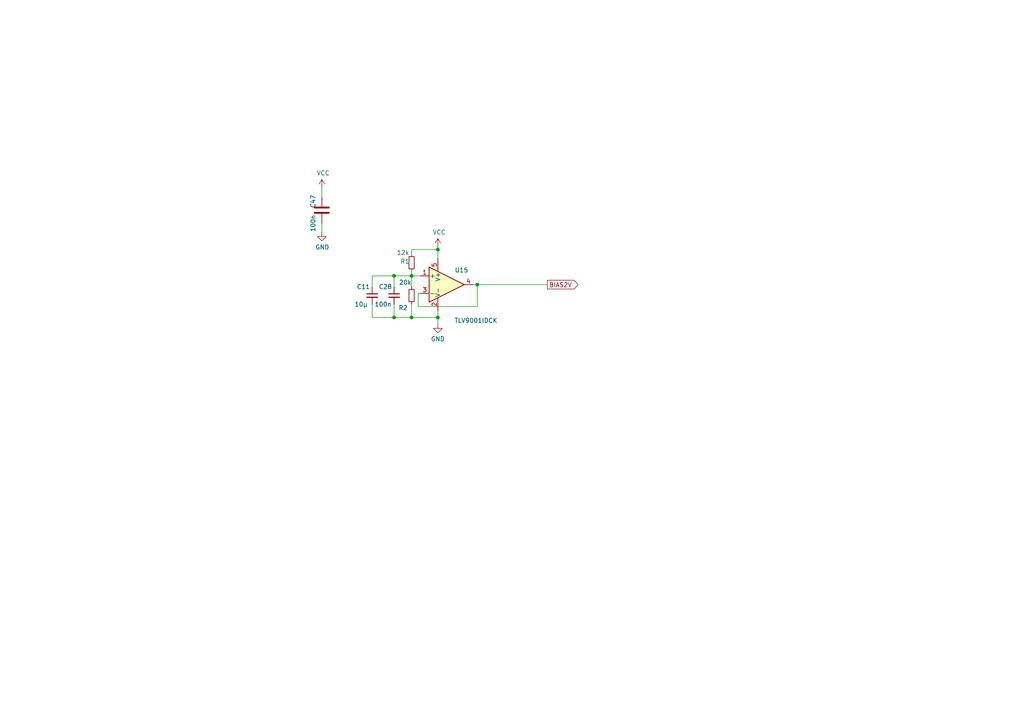
<source format=kicad_sch>
(kicad_sch (version 20230121) (generator eeschema)
  (paper "A4")
  (title_block (title "HF IQ Transceiver PiggyBack for Pi (not a hat)") (date "2024-01-21") (rev "2.0") (company "AE0GL: Mario P. Vano") (comment 1 "Sheet 1: Codec, Power Supplies, and GPIO"))
  (lib_symbols
    (symbol "Amplifier_Operational:TLV9001IDCK" (pin_names (offset 0.127))
      (property "Reference" "U" (at 7.62 2.54 0))
      (property "Value" "TLV9001IDCK" (at 11.43 -2.54 0))
      (symbol "TLV9001IDCK_0_1"
        (polyline (pts (xy -2.54 5.08) (xy -2.54 -5.08) (xy 7.62 0) (xy -2.54 5.08)) (stroke (width 0.254)) (fill (type background)))
      )
      (symbol "TLV9001IDCK_1_1"
        (pin input line (at -5.08 2.54 0) (length 2.54) (name "+") (number "1"))
        (pin power_in line (at 0 -7.62 90) (length 3.81) (name "V-") (number "2"))
        (pin input line (at -5.08 -2.54 0) (length 2.54) (name "-") (number "3"))
        (pin output line (at 10.16 0 180) (length 2.54) (name "~") (number "4"))
        (pin power_in line (at 0 7.62 270) (length 3.81) (name "V+") (number "5"))
      )
    )
    (symbol "Device:C" (pin_numbers hide) (pin_names (offset 0.254))
      (property "Reference" "C" (at 0.635 2.54 0))
      (property "Value" "C" (at 0.635 -2.54 0))
      (symbol "C_0_1"
        (polyline (pts (xy -2.032 -0.762) (xy 2.032 -0.762)) (stroke (width 0.508)))
        (polyline (pts (xy -2.032 0.762) (xy 2.032 0.762)) (stroke (width 0.508)))
      )
      (symbol "C_1_1"
        (pin passive line (at 0 3.81 270) (length 2.794) (name "~") (number "1"))
        (pin passive line (at 0 -3.81 90) (length 2.794) (name "~") (number "2"))
      )
    )
    (symbol "Device:C_Small" (pin_numbers hide) (pin_names (offset 0.254) hide)
      (property "Reference" "C" (at 0.254 1.778 0))
      (property "Value" "C_Small" (at 0.254 -2.032 0))
      (symbol "C_Small_0_1"
        (polyline (pts (xy -1.524 -0.508) (xy 1.524 -0.508)) (stroke (width 0.3302)))
        (polyline (pts (xy -1.524 0.508) (xy 1.524 0.508)) (stroke (width 0.3048)))
      )
      (symbol "C_Small_1_1"
        (pin passive line (at 0 2.54 270) (length 2.032) (name "~") (number "1"))
        (pin passive line (at 0 -2.54 90) (length 2.032) (name "~") (number "2"))
      )
    )
    (symbol "Device:R_Small" (pin_numbers hide) (pin_names (offset 0.254) hide)
      (property "Reference" "R" (at 0.762 0.508 0))
      (property "Value" "R_Small" (at 0.762 -1.016 0))
      (symbol "R_Small_0_1"
        (rectangle (start -0.762 1.778) (end 0.762 -1.778) (stroke (width 0.2032)))
      )
      (symbol "R_Small_1_1"
        (pin passive line (at 0 2.54 270) (length 0.762) (name "~") (number "1"))
        (pin passive line (at 0 -2.54 90) (length 0.762) (name "~") (number "2"))
      )
    )
    (symbol "power:GND" (power) (pin_names (offset 0))
      (property "Value" "GND" (at 0 -3.81 0))
      (symbol "GND_0_1"
        (polyline (pts (xy 0 0) (xy 0 -1.27) (xy 1.27 -1.27) (xy 0 -2.54) (xy -1.27 -1.27) (xy 0 -1.27)))
      )
      (symbol "GND_1_1"
        (pin power_in line (at 0 0 270) (length 0) hide (name "GND") (number "1"))
      )
    )
    (symbol "power:VCC" (power) (pin_names (offset 0))
      (property "Value" "VCC" (at 0 3.81 0))
      (symbol "VCC_0_1"
        (polyline (pts (xy -0.762 1.27) (xy 0 2.54)))
        (polyline (pts (xy 0 0) (xy 0 2.54)))
        (polyline (pts (xy 0 2.54) (xy 0.762 1.27)))
      )
      (symbol "VCC_1_1"
        (pin power_in line (at 0 0 90) (length 0) hide (name "VCC") (number "1"))
      )
    )
  )
  (junction (at 138.43 82.55))
  (junction (at 127 72.39))
  (junction (at 119.38 80.01))
  (junction (at 114.3 92.075))
  (junction (at 127 92.075))
  (junction (at 114.3 80.01))
  (junction (at 119.38 92.075))
  (wire (pts (xy 127 72.39) (xy 127 74.93)))
  (wire (pts (xy 119.38 80.01) (xy 121.92 80.01)))
  (wire (pts (xy 93.345 64.77) (xy 93.345 67.31)))
  (wire (pts (xy 114.3 80.01) (xy 119.38 80.01)))
  (wire (pts (xy 158.75 82.55) (xy 138.43 82.55)))
  (wire (pts (xy 121.285 85.09) (xy 121.285 88.9)))
  (wire (pts (xy 114.3 92.075) (xy 119.38 92.075)))
  (wire (pts (xy 114.3 88.265) (xy 114.3 92.075)))
  (wire (pts (xy 121.285 88.9) (xy 138.43 88.9)))
  (wire (pts (xy 107.95 83.185) (xy 107.95 80.01)))
  (wire (pts (xy 138.43 82.55) (xy 138.43 88.9)))
  (wire (pts (xy 93.345 54.61) (xy 93.345 57.15)))
  (wire (pts (xy 121.92 85.09) (xy 121.285 85.09)))
  (wire (pts (xy 127 71.755) (xy 127 72.39)))
  (wire (pts (xy 107.95 88.265) (xy 107.95 92.075)))
  (wire (pts (xy 119.38 92.075) (xy 127 92.075)))
  (wire (pts (xy 119.38 80.01) (xy 119.38 83.185)))
  (wire (pts (xy 127 90.17) (xy 127 92.075)))
  (wire (pts (xy 119.38 88.265) (xy 119.38 92.075)))
  (wire (pts (xy 107.95 92.075) (xy 114.3 92.075)))
  (wire (pts (xy 114.3 83.185) (xy 114.3 80.01)))
  (wire (pts (xy 137.16 82.55) (xy 138.43 82.55)))
  (wire (pts (xy 119.38 72.39) (xy 127 72.39)))
  (wire (pts (xy 107.95 80.01) (xy 114.3 80.01)))
  (wire (pts (xy 127 93.98) (xy 127 92.075)))
  (wire (pts (xy 119.38 78.74) (xy 119.38 80.01)))
  (wire (pts (xy 119.38 73.66) (xy 119.38 72.39)))
  (global_label "BIAS2V" (shape output) (at 158.75 82.55 0) (property "Intersheetrefs" "${INTERSHEET_REFS}" (effects hide)))
  (symbol (lib_id "power:VCC") (at 93.345 54.61 0) (unit 1)
    (property "Reference" "#PWR057" (effects hide))
    (property "Value" "VCC" (at 93.726 50.2158 0))
  )
  (symbol (lib_id "power:GND") (at 93.345 67.31 0) (unit 1)
    (property "Reference" "#PWR077" (effects hide))
    (property "Value" "GND" (at 93.472 71.7042 0))
  )
  (symbol (lib_id "Amplifier_Operational:TLV9001IDCK") (at 127 82.55 0) (unit 1)
    (property "Reference" "U15" (at 133.858 78.3591 0))
    (property "Value" "TLV9001IDCK" (at 138.049 92.9641 0))
    (property "Footprint" "Package_TO_SOT_SMD:SOT-353_SC-70-5" (effects hide))
    (property "Datasheet" "https://www.ti.com/lit/ds/symlink/tlv9001.pdf" (effects hide))
    (property "DigiKey Part Number" "296-TLV9001IDCKRCT-ND" (effects hide))
    (property "Description" "CMOS Amplifier 1 Circuit Rail-to-Rail SC-70-5" (effects hide))
    (property "Manufacturer_Part_Number" "TLV9001IDCKR" (effects hide))
    (property "Manufacturer_Name" "Texas Instruments" (effects hide))
  )
  (symbol (lib_id "Device:R_Small") (at 119.38 85.725 0) (mirror x) (unit 1)
    (property "Reference" "R2" (at 115.57 89.281 0) (effects (justify left)))
    (property "Value" "20k" (at 115.697 81.915 0) (effects (justify left)))
    (property "Footprint" "Resistor_SMD:R_0603_1608Metric" (effects hide))
    (property "DigiKey Part Number" "RMCF0603FT20K0CT-ND" (effects hide))
    (property "Description" "RES 20K OHM 1% 1/10W 0603" (effects hide))
    (property "Manufacturer_Part_Number" "RMCF0603FT20K0" (effects hide))
    (property "Manufacturer_Name" "Stackpole Electronics Inc" (effects hide))
  )
  (symbol (lib_id "Device:C_Small") (at 107.95 85.725 0) (mirror y) (unit 1)
    (property "Reference" "C11" (at 105.41 83.185 0))
    (property "Value" "10µ" (at 104.775 88.265 0))
    (property "Footprint" "Capacitor_SMD:C_0603_1608Metric" (effects hide))
    (property "DigiKey Part Number" "1276-1038-1-ND" (effects hide))
    (property "Manufacturer_Part_Number" "CL10A106KQ8NNNC" (effects hide))
    (property "Description" "10 µF ±10% 6.3V Ceramic Capacitor X5R 0603 (1608 Metric)" (effects hide))
    (property "Manufacturer_Name" "Samsung Electro-Mechanics" (effects hide))
  )
  (symbol (lib_id "power:GND") (at 127 93.98 0) (unit 1)
    (property "Reference" "#PWR062" (effects hide))
    (property "Value" "GND" (at 127 98.298 0))
  )
  (symbol (lib_id "power:VCC") (at 127 71.755 0) (unit 1)
    (property "Reference" "#PWR023" (effects hide))
    (property "Value" "VCC" (at 127.381 67.3608 0))
  )
  (symbol (lib_id "Device:R_Small") (at 119.38 76.2 0) (mirror x) (unit 1)
    (property "Reference" "R1" (at 116.078 75.819 0) (effects (justify left)))
    (property "Value" "12k" (at 115.062 73.279 0) (effects (justify left)))
    (property "Footprint" "Resistor_SMD:R_0603_1608Metric" (effects hide))
    (property "DigiKey Part Number" "RMCF0603FT12K0CT-ND" (effects hide))
    (property "Description" "RES 20K OHM 1% 1/10W 0603" (effects hide))
    (property "Manufacturer_Part_Number" "RMCF0603FT12K0" (effects hide))
    (property "Manufacturer_Name" "Stackpole Electronics Inc" (effects hide))
  )
  (symbol (lib_id "Device:C") (at 93.345 60.96 0) (mirror y) (unit 1)
    (property "Reference" "C47" (at 90.805 58.42 90))
    (property "Value" "100n" (at 90.805 64.77 90))
    (property "Footprint" "Capacitor_SMD:C_0603_1608Metric" (effects hide))
    (property "DigiKey Part Number" "1276-1033-1-ND" (effects hide))
    (property "Manufacturer_Part_Number" "CL10B104JB8NNNC" (effects hide))
    (property "Description" "0.1 µF ±5% 50V Ceramic Capacitor X7R 0603 (1608 Metric)" (effects hide))
    (property "Manufacturer_Name" "Samsung Electro-Mechanics" (effects hide))
  )
  (symbol (lib_id "Device:C_Small") (at 114.3 85.725 0) (mirror y) (unit 1)
    (property "Reference" "C28" (at 111.76 83.185 0))
    (property "Value" "100n" (at 111.125 88.265 0))
    (property "Footprint" "Capacitor_SMD:C_0603_1608Metric" (effects hide))
    (property "DigiKey Part Number" "1276-1033-1-ND" (effects hide))
    (property "Manufacturer_Part_Number" "CL10B104JB8NNNC" (effects hide))
    (property "Description" "0.1 µF ±5% 50V Ceramic Capacitor X7R 0603 (1608 Metric)" (effects hide))
    (property "Manufacturer_Name" "Samsung Electro-Mechanics" (effects hide))
  )
)
</source>
